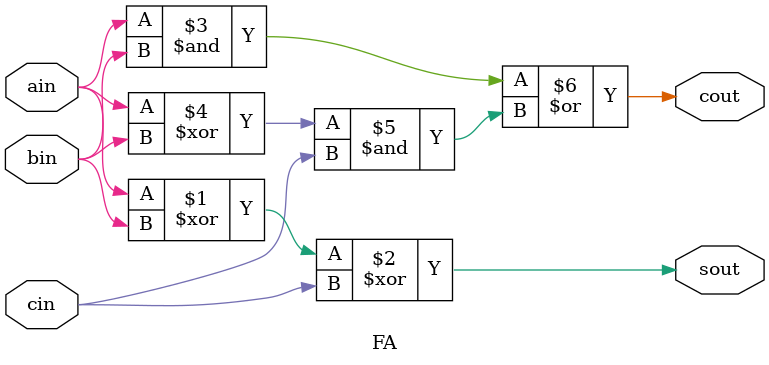
<source format=v>
module FA(cin, ain, bin, sout, cout);

input wire cin, ain, bin;
output wire sout, cout;

assign sout = ain ^ bin ^ cin;
assign cout = (ain & bin) | ((ain ^ bin) & cin);

endmodule
</source>
